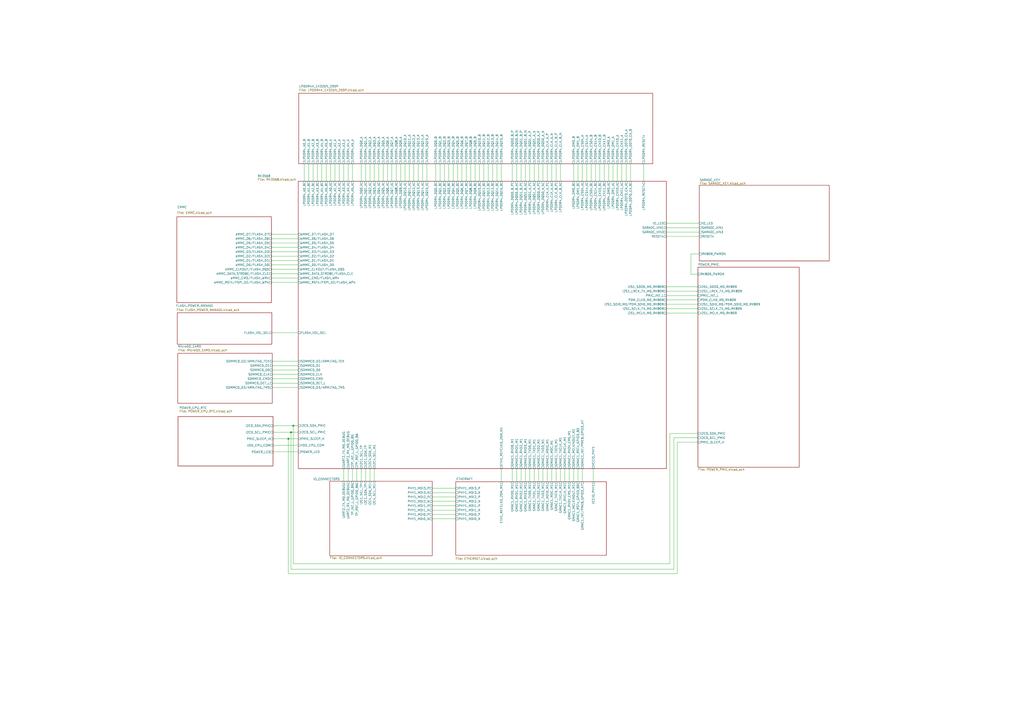
<source format=kicad_sch>
(kicad_sch (version 20230819) (generator eeschema)
  (paper "A2")
  (lib_symbols)
  (junction (at 168.8103 250.7661))
  (junction (at 167.2884 254.508))
  (junction (at 170.18 246.9394))
  (wire (pts (xy 325.12 271.78) (xy 325.12 279.4)))
  (wire (pts (xy 344.17 271.78) (xy 344.17 279.4)))
  (wire (pts (xy 157.48 158.75) (xy 172.974 158.75)))
  (wire (pts (xy 262.89 94.996) (xy 262.89 105.156)))
  (wire (pts (xy 386.588 176.53) (xy 404.876 176.53)))
  (wire (pts (xy 167.2884 254.508) (xy 158.3728 254.508)))
  (wire (pts (xy 157.48 151.13) (xy 172.974 151.13)))
  (wire (pts (xy 299.72 271.78) (xy 299.72 279.4)))
  (wire (pts (xy 176.53 94.996) (xy 176.53 105.156)))
  (wire (pts (xy 191.77 94.996) (xy 191.77 105.156)))
  (wire (pts (xy 255.27 94.996) (xy 255.27 105.156)))
  (wire (pts (xy 340.36 94.996) (xy 340.36 105.156)))
  (wire (pts (xy 337.82 94.996) (xy 337.82 105.156)))
  (wire (pts (xy 285.75 94.996) (xy 285.75 105.156)))
  (wire (pts (xy 314.96 271.78) (xy 314.96 279.4)))
  (wire (pts (xy 157.734 193.04) (xy 172.974 193.04)))
  (wire (pts (xy 199.39 94.996) (xy 199.39 105.156)))
  (wire (pts (xy 227.33 94.996) (xy 227.33 105.156)))
  (wire (pts (xy 204.47 94.996) (xy 204.47 105.156)))
  (wire (pts (xy 224.79 94.996) (xy 224.79 105.156)))
  (wire (pts (xy 280.67 94.996) (xy 280.67 105.156)))
  (wire (pts (xy 312.42 94.996) (xy 312.42 105.156)))
  (wire (pts (xy 172.974 254.508) (xy 167.2884 254.508)))
  (wire (pts (xy 252.73 94.996) (xy 252.73 105.156)))
  (wire (pts (xy 157.48 146.05) (xy 172.974 146.05)))
  (wire (pts (xy 309.88 271.78) (xy 309.88 279.4)))
  (wire (pts (xy 157.48 138.43) (xy 172.974 138.43)))
  (wire (pts (xy 158.3728 246.9394) (xy 170.18 246.9394)))
  (wire (pts (xy 157.48 148.59) (xy 172.974 148.59)))
  (wire (pts (xy 353.06 94.996) (xy 353.06 105.156)))
  (wire (pts (xy 157.988 214.63) (xy 172.974 214.63)))
  (wire (pts (xy 157.988 224.79) (xy 172.974 224.79)))
  (wire (pts (xy 317.5 271.78) (xy 317.5 279.4)))
  (wire (pts (xy 335.28 94.996) (xy 335.28 105.156)))
  (wire (pts (xy 304.8 94.996) (xy 304.8 105.156)))
  (wire (pts (xy 317.5 94.996) (xy 317.5 105.156)))
  (wire (pts (xy 330.2 271.78) (xy 330.2 279.4)))
  (wire (pts (xy 209.55 94.996) (xy 209.55 105.156)))
  (wire (pts (xy 373.38 94.996) (xy 373.38 105.156)))
  (wire (pts (xy 157.48 140.97) (xy 172.974 140.97)))
  (wire (pts (xy 297.18 271.78) (xy 297.18 279.4)))
  (wire (pts (xy 158.3728 250.7661) (xy 168.8103 250.7661)))
  (wire (pts (xy 219.71 94.996) (xy 219.71 105.156)))
  (wire (pts (xy 358.14 94.996) (xy 358.14 105.156)))
  (wire (pts (xy 172.974 262.128) (xy 158.3728 262.128)))
  (wire (pts (xy 157.988 217.17) (xy 172.974 217.17)))
  (wire (pts (xy 332.74 271.78) (xy 332.74 279.4)))
  (wire (pts (xy 158.3728 246.9394) (xy 158.3728 246.9561)))
  (wire (pts (xy 302.26 271.78) (xy 302.26 279.4)))
  (wire (pts (xy 158.3728 258.3861) (xy 172.974 258.3861)))
  (wire (pts (xy 342.9 94.996) (xy 342.9 105.156)))
  (wire (pts (xy 242.57 94.996) (xy 242.57 105.156)))
  (wire (pts (xy 217.17 271.78) (xy 217.17 279.146)))
  (wire (pts (xy 181.61 94.996) (xy 181.61 105.156)))
  (wire (pts (xy 170.18 246.888) (xy 172.974 246.888)))
  (wire (pts (xy 405.638 147.32) (xy 400.796 147.32)))
  (wire (pts (xy 327.66 271.78) (xy 327.66 279.4)))
  (wire (pts (xy 388.62 251.46) (xy 388.62 327.0839)))
  (wire (pts (xy 184.15 94.996) (xy 184.15 105.156)))
  (wire (pts (xy 392.8936 256.54) (xy 392.8936 332.74)))
  (wire (pts (xy 199.39 271.78) (xy 199.39 279.146)))
  (wire (pts (xy 168.8103 330.2) (xy 168.8103 250.7661)))
  (wire (pts (xy 400.796 159.004) (xy 404.876 159.004)))
  (wire (pts (xy 365.76 94.996) (xy 365.76 105.156)))
  (wire (pts (xy 240.03 94.996) (xy 240.03 105.156)))
  (wire (pts (xy 386.588 166.37) (xy 404.876 166.37)))
  (wire (pts (xy 302.26 94.996) (xy 302.26 105.156)))
  (wire (pts (xy 290.83 94.996) (xy 290.83 105.156)))
  (wire (pts (xy 157.48 143.51) (xy 172.974 143.51)))
  (wire (pts (xy 390.9438 254) (xy 390.9438 330.2)))
  (wire (pts (xy 386.588 179.07) (xy 404.876 179.07)))
  (wire (pts (xy 170.18 246.9394) (xy 170.18 327.0839)))
  (wire (pts (xy 390.9438 330.2) (xy 168.8103 330.2)))
  (wire (pts (xy 386.588 129.54) (xy 405.638 129.54)))
  (wire (pts (xy 386.588 171.45) (xy 404.876 171.45)))
  (wire (pts (xy 386.588 168.91) (xy 404.876 168.91)))
  (wire (pts (xy 250.698 288.29) (xy 264.414 288.29)))
  (wire (pts (xy 288.29 94.996) (xy 288.29 105.156)))
  (wire (pts (xy 217.17 94.996) (xy 217.17 105.156)))
  (wire (pts (xy 186.69 94.996) (xy 186.69 105.156)))
  (wire (pts (xy 207.01 271.78) (xy 207.01 279.146)))
  (wire (pts (xy 250.698 295.91) (xy 264.414 295.91)))
  (wire (pts (xy 307.34 94.996) (xy 307.34 105.156)))
  (wire (pts (xy 314.96 94.996) (xy 314.96 105.156)))
  (wire (pts (xy 392.8936 332.74) (xy 167.2884 332.74)))
  (wire (pts (xy 194.31 94.996) (xy 194.31 105.156)))
  (wire (pts (xy 320.04 94.996) (xy 320.04 105.156)))
  (wire (pts (xy 297.18 94.996) (xy 297.18 105.156)))
  (wire (pts (xy 250.698 300.99) (xy 264.414 300.99)))
  (wire (pts (xy 250.698 298.45) (xy 264.414 298.45)))
  (wire (pts (xy 320.04 271.78) (xy 320.04 279.4)))
  (wire (pts (xy 158.3728 262.128) (xy 158.3728 262.1961)))
  (wire (pts (xy 322.58 271.78) (xy 322.58 279.4)))
  (wire (pts (xy 157.988 212.09) (xy 172.974 212.09)))
  (wire (pts (xy 312.42 271.78) (xy 312.42 279.4)))
  (wire (pts (xy 283.21 94.996) (xy 283.21 105.156)))
  (wire (pts (xy 204.47 271.78) (xy 204.47 279.146)))
  (wire (pts (xy 168.8103 250.7661) (xy 172.974 250.7661)))
  (wire (pts (xy 363.22 94.996) (xy 363.22 105.156)))
  (wire (pts (xy 332.74 94.996) (xy 332.74 105.156)))
  (wire (pts (xy 250.698 283.21) (xy 264.414 283.21)))
  (wire (pts (xy 325.12 94.996) (xy 325.12 105.156)))
  (wire (pts (xy 404.876 251.46) (xy 388.62 251.46)))
  (wire (pts (xy 157.988 209.55) (xy 172.974 209.55)))
  (wire (pts (xy 275.59 94.996) (xy 275.59 105.156)))
  (wire (pts (xy 404.876 256.54) (xy 392.8936 256.54)))
  (wire (pts (xy 201.93 271.78) (xy 201.93 279.146)))
  (wire (pts (xy 257.81 94.996) (xy 257.81 105.156)))
  (wire (pts (xy 212.09 94.996) (xy 212.09 105.156)))
  (wire (pts (xy 355.6 94.996) (xy 355.6 105.156)))
  (wire (pts (xy 189.23 94.996) (xy 189.23 105.156)))
  (wire (pts (xy 172.974 250.7661) (xy 172.974 250.698)))
  (wire (pts (xy 388.62 327.0839) (xy 170.18 327.0839)))
  (wire (pts (xy 400.796 147.32) (xy 400.796 159.004)))
  (wire (pts (xy 196.85 94.996) (xy 196.85 105.156)))
  (wire (pts (xy 167.2884 332.74) (xy 167.2884 254.508)))
  (wire (pts (xy 345.44 94.996) (xy 345.44 105.156)))
  (wire (pts (xy 245.11 94.996) (xy 245.11 105.156)))
  (wire (pts (xy 265.43 94.996) (xy 265.43 105.156)))
  (wire (pts (xy 201.93 94.996) (xy 201.93 105.156)))
  (wire (pts (xy 214.63 94.996) (xy 214.63 105.156)))
  (wire (pts (xy 386.588 137.16) (xy 405.638 137.16)))
  (wire (pts (xy 307.34 271.78) (xy 307.34 279.4)))
  (wire (pts (xy 237.49 94.996) (xy 237.49 105.156)))
  (wire (pts (xy 309.88 94.996) (xy 309.88 105.156)))
  (wire (pts (xy 157.48 161.29) (xy 172.974 161.29)))
  (wire (pts (xy 337.82 271.78) (xy 337.82 279.4)))
  (wire (pts (xy 322.58 94.996) (xy 322.58 105.156)))
  (wire (pts (xy 157.48 135.89) (xy 172.974 135.89)))
  (wire (pts (xy 347.98 94.996) (xy 347.98 105.156)))
  (wire (pts (xy 212.09 271.78) (xy 212.09 279.146)))
  (wire (pts (xy 404.876 254) (xy 390.9438 254)))
  (wire (pts (xy 386.588 181.61) (xy 404.876 181.61)))
  (wire (pts (xy 214.63 271.78) (xy 214.63 279.146)))
  (wire (pts (xy 157.48 153.67) (xy 172.974 153.67)))
  (wire (pts (xy 290.83 271.78) (xy 290.83 279.4)))
  (wire (pts (xy 232.41 94.996) (xy 232.41 105.156)))
  (wire (pts (xy 172.974 258.3861) (xy 172.974 258.318)))
  (wire (pts (xy 386.588 134.62) (xy 405.638 134.62)))
  (wire (pts (xy 386.588 132.08) (xy 405.638 132.08)))
  (wire (pts (xy 157.988 219.71) (xy 172.974 219.71)))
  (wire (pts (xy 273.05 94.996) (xy 273.05 105.156)))
  (wire (pts (xy 250.698 293.37) (xy 264.414 293.37)))
  (wire (pts (xy 250.698 285.75) (xy 264.414 285.75)))
  (wire (pts (xy 157.48 156.21) (xy 172.974 156.21)))
  (wire (pts (xy 170.18 246.9394) (xy 170.18 246.888)))
  (wire (pts (xy 299.72 94.996) (xy 299.72 105.156)))
  (wire (pts (xy 270.51 94.996) (xy 270.51 105.156)))
  (wire (pts (xy 335.28 271.78) (xy 335.28 279.4)))
  (wire (pts (xy 278.13 94.996) (xy 278.13 105.156)))
  (wire (pts (xy 229.87 94.996) (xy 229.87 105.156)))
  (wire (pts (xy 157.48 163.83) (xy 172.974 163.83)))
  (wire (pts (xy 250.698 290.83) (xy 264.414 290.83)))
  (wire (pts (xy 360.68 94.996) (xy 360.68 105.156)))
  (wire (pts (xy 209.55 271.78) (xy 209.55 279.146)))
  (wire (pts (xy 350.52 94.996) (xy 350.52 105.156)))
  (wire (pts (xy 247.65 94.996) (xy 247.65 105.156)))
  (wire (pts (xy 234.95 94.996) (xy 234.95 105.156)))
  (wire (pts (xy 179.07 94.996) (xy 179.07 105.156)))
  (wire (pts (xy 158.3728 254.508) (xy 158.3728 254.5761)))
  (wire (pts (xy 222.25 94.996) (xy 222.25 105.156)))
  (wire (pts (xy 386.588 173.99) (xy 404.876 173.99)))
  (wire (pts (xy 304.8 271.78) (xy 304.8 279.4)))
  (wire (pts (xy 157.988 222.25) (xy 172.974 222.25)))
  (wire (pts (xy 267.97 94.996) (xy 267.97 105.156)))
  (wire (pts (xy 260.35 94.996) (xy 260.35 105.156)))
  (sheet (at 102.616 125.73) (size 54.864 49.784) (stroke (width 0.1524))
    (property "Sheetname" "EMMC" (at 102.87 120.904 0) (effects (justify left bottom)))
    (property "Sheetfile" "EMMC.kicad_sch" (at 102.616 122.682 0) (effects (justify left top)))
    (pin "eMMC_D5{slash}FLASH_D5" passive (at 157.48 140.97 0))
    (pin "eMMC_D3/FLASH_D3" passive (at 157.48 146.05 0))
    (pin "eMMC_D0/FLASH_D0" passive (at 157.48 153.67 0))
    (pin "eMMC_D1{slash}FLASH_D1" passive (at 157.48 151.13 0))
    (pin "eMMC_D4/FLASH_D4" passive (at 157.48 143.51 0))
    (pin "eMMC_D2/FLASH_D2" passive (at 157.48 148.59 0))
    (pin "eMMC_D6/FLASH_D6" passive (at 157.48 138.43 0))
    (pin "eMMC_D7/FLASH_D7" passive (at 157.48 135.89 0))
    (pin "eMMC_CMD/FLASH_WRn" passive (at 157.48 161.29 0))
    (pin "eMMC_CLKOUT/FLASH_DQS" passive (at 157.48 156.21 0))
    (pin "eMMC_DATA_STROBE/FLASH_CLE" passive (at 157.48 158.75 0))
    (pin "eMMC_RSTn{slash}FSPI_D2{slash}FLASH_WPn" passive (at 157.48 163.83 0))
  )
  (sheet (at 405.638 107.442) (size 75.438 43.942) (stroke (width 0.1524))
    (property "Sheetname" "SARADC_KEY" (at 405.892 105.156 0) (effects (justify left bottom)))
    (property "Sheetfile" "SARADC_KEY.kicad_sch" (at 405.892 105.664 0) (effects (justify left top)))
    (pin "IO_LED" passive (at 405.638 129.54 180))
    (pin "RESETn" passive (at 405.638 137.16 180))
    (pin "SARADC_VIN3" passive (at 405.638 134.62 180))
    (pin "SARADC_VIN1" passive (at 405.638 132.08 180))
    (pin "RK809_PWRON" passive (at 405.638 147.32 180))
  )
  (sheet (at 103.124 204.978) (size 54.864 28.956) (stroke (width 0.1524))
    (property "Sheetname" "MicroSD_CARD" (at 103.124 201.676 0) (effects (justify left bottom)))
    (property "Sheetfile" "MicroSD_CARD.kicad_sch" (at 103.378 202.438 0) (effects (justify left top)))
    (pin "SDMMC0_D2/ARMJTAG_TCK" passive (at 157.988 209.55 0))
    (pin "SDMMC0_D1" passive (at 157.988 212.09 0))
    (pin "SDMMC0_D0" passive (at 157.988 214.63 0))
    (pin "SDMMC0_CLK" passive (at 157.988 217.17 0))
    (pin "SDMMC0_CMD" passive (at 157.988 219.71 0))
    (pin "SDMMC0_DET_L" passive (at 157.988 222.25 0))
    (pin "SDMMC0_D3/ARMJTAG_TMS" passive (at 157.988 224.79 0))
  )
  (sheet (at 404.876 154.94) (size 58.674 116.078) (stroke (width 0.1524))
    (property "Sheetname" "POWER_PMIC" (at 404.876 154.2284 0) (effects (justify left bottom)))
    (property "Sheetfile" "POWER_PMIC.kicad_sch" (at 404.876 271.6026 0) (effects (justify left top)))
    (pin "I2S1_SDO0_M0_RK809" passive (at 404.876 166.37 180))
    (pin "I2S1_MCLK_M0_RK809" passive (at 404.876 181.61 180))
    (pin "I2S1_LRCK_TX_M0_RK809" passive (at 404.876 168.91 180))
    (pin "I2S1_SCLK_TX_M0_RK809" passive (at 404.876 179.07 180))
    (pin "PDM_CLK0_M0_RK809" passive (at 404.876 173.99 180))
    (pin "I2S1_SDI0_M0/PDM_SDI0_M0_RK809" passive (at 404.876 176.53 180))
    (pin "PMIC_INT_L" passive (at 404.876 171.45 180))
    (pin "PMIC_SLEEP_H" passive (at 404.876 256.54 180))
    (pin "RK809_PWRON" passive (at 404.876 159.004 180))
    (pin "I2C0_SDA_PMIC" passive (at 404.876 251.46 180))
    (pin "I2C0_SCL_PMIC" passive (at 404.876 254 180))
  )
  (sheet (at 191.262 279.146) (size 59.436 43.18) (stroke (width 0.1524))
    (property "Sheetname" "IO_CONNECTORS" (at 181.61 278.638 0) (effects (justify left bottom)))
    (property "Sheetfile" "IO_CONNECTORS.kicad_sch" (at 191.262 322.9106 0) (effects (justify left top)))
    (pin "UART2_RX_M0_DEBUG" passive (at 201.93 279.146 90))
    (pin "TP_RST_L_GPIO0_B6" passive (at 207.01 279.146 90))
    (pin "UART2_TX_M0_DEBUG" passive (at 199.39 279.146 90))
    (pin "TP_INT_L_GPIO0_B5" passive (at 204.47 279.146 90))
    (pin "PHY1_MDI3_N" passive (at 250.698 285.75 0))
    (pin "PHY1_MDI2_P" passive (at 250.698 288.29 0))
    (pin "PHY1_MDI3_P" passive (at 250.698 283.21 0))
    (pin "PHY1_MDI2_N" passive (at 250.698 290.83 0))
    (pin "PHY1_MDI1_P" passive (at 250.698 293.37 0))
    (pin "PHY1_MDI0_P" passive (at 250.698 298.45 0))
    (pin "PHY1_MDI0_N" passive (at 250.698 300.99 0))
    (pin "PHY1_MDI1_N" passive (at 250.698 295.91 0))
    (pin "I2C1_SCL_TP" input (at 209.55 279.146 90))
    (pin "I2C1_SDA_TP" input (at 212.09 279.146 90))
    (pin "I2C4_SDA_M1" input (at 214.63 279.146 90))
    (pin "I2C4_SCL_M1" input (at 217.17 279.146 90))
  )
  (sheet (at 102.87 181.356) (size 54.864 18.288) (stroke (width 0.1524))
    (property "Sheetname" "FLASH_POWER_MANAGE" (at 102.108 178.054 0) (effects (justify left bottom)))
    (property "Sheetfile" "FLASH_POWER_MANAGE.kicad_sch" (at 102.362 179.07 0) (effects (justify left top)))
    (pin "FLASH_VOL_SEL" passive (at 157.734 193.04 0))
  )
  (sheet (at 264.414 279.4) (size 87.376 42.672) (stroke (width 0.1524))
    (property "Sheetname" "ETHERNET" (at 264.668 278.638 0) (effects (justify left bottom)))
    (property "Sheetfile" "ETHERNET.kicad_sch" (at 264.16 323.342 0) (effects (justify left top)))
    (pin "ETH1_REFCLKO_25M_M1" passive (at 290.83 279.4 90))
    (pin "PHY1_MDI0_N" passive (at 264.414 300.99 180))
    (pin "PHY1_MDI2_N" passive (at 264.414 290.83 180))
    (pin "PHY1_MDI0_P" passive (at 264.414 298.45 180))
    (pin "PHY1_MDI3_P" passive (at 264.414 283.21 180))
    (pin "PHY1_MDI1_N" passive (at 264.414 295.91 180))
    (pin "PHY1_MDI1_P" passive (at 264.414 293.37 180))
    (pin "PHY1_MDI2_P" passive (at 264.414 288.29 180))
    (pin "PHY1_MDI3_N" passive (at 264.414 285.75 180))
    (pin "GMAC1_RXD2_M1" passive (at 302.26 279.4 90))
    (pin "GMAC1_RXD3_M1" passive (at 304.8 279.4 90))
    (pin "GMAC1_TXD3_M1" passive (at 314.96 279.4 90))
    (pin "GMAC1_MDIO_M1" passive (at 317.5 279.4 90))
    (pin "GMAC1_TXD1_M1" passive (at 309.88 279.4 90))
    (pin "GMAC1_TXD2_M1" passive (at 312.42 279.4 90))
    (pin "GMAC1_TXD0_M1" passive (at 307.34 279.4 90))
    (pin "GMAC1_TXEN_M1" passive (at 322.58 279.4 90))
    (pin "GMAC1_TXCLK_M1" passive (at 325.12 279.4 90))
    (pin "GMAC1_RXCLK_M1" passive (at 327.66 279.4 90))
    (pin "GMAC1_RXDV_CRS_M1" passive (at 330.2 279.4 90))
    (pin "GMAC1_RXD0_M1" passive (at 297.18 279.4 90))
    (pin "GMAC1_RXD1_M1" passive (at 299.72 279.4 90))
    (pin "GMAC1_INT/PMEB_GPIO3_A7" passive (at 337.82 279.4 90))
    (pin "VCCIO_PHY1" passive (at 344.17 279.4 90))
    (pin "GMAC1_MDC_M1" passive (at 320.04 279.4 90))
    (pin "GMAC1_RSTn_GPIO3_B0" passive (at 335.28 279.4 90))
    (pin "GMAC1_MCLKINOUT_M1" passive (at 332.74 279.4 90))
  )
  (sheet (at 173.228 54.102) (size 205.486 40.894) (stroke (width 0.1524))
    (property "Sheetname" "LPDDR4X_1X32bit_200P" (at 173.482 50.8 0) (effects (justify left bottom)))
    (property "Sheetfile" "LPDDR4X_1X32bit_200P.kicad_sch" (at 173.482 51.562 0) (effects (justify left top)))
    (pin "LPDDR4_CLK_B_P" passive (at 322.58 94.996 270))
    (pin "LPDDR4_CLK_B_N" passive (at 325.12 94.996 270))
    (pin "LPDDR4_A3_B" passive (at 184.15 94.996 270))
    (pin "LPDDR4_A1_B" passive (at 179.07 94.996 270))
    (pin "LPDDR4_A0_B" passive (at 176.53 94.996 270))
    (pin "LPDDR4_DQ15_B" passive (at 290.83 94.996 270))
    (pin "LPDDR4_DQ9_B" passive (at 275.59 94.996 270))
    (pin "LPDDR4_DQS1_B_P" passive (at 302.26 94.996 270))
    (pin "LPDDR4_DQ14_B" passive (at 288.29 94.996 270))
    (pin "LPDDR4_DQ13_B" passive (at 285.75 94.996 270))
    (pin "LPDDR4_DM1_B" passive (at 335.28 94.996 270))
    (pin "LPDDR4_CKE0_B" passive (at 347.98 94.996 270))
    (pin "LPDDR4_CKE1_B" passive (at 350.52 94.996 270))
    (pin "LPDDR4_RESETn" passive (at 373.38 94.996 270))
    (pin "LPDDR4_A2_B" passive (at 181.61 94.996 270))
    (pin "LPDDR4_A5_B" passive (at 189.23 94.996 270))
    (pin "LPDDR4_A4_B" passive (at 186.69 94.996 270))
    (pin "LPDDR4_CS0n_B" passive (at 342.9 94.996 270))
    (pin "LPDDR4_ODT0_CA_B" passive (at 365.76 94.996 270))
    (pin "LPDDR4_CS1n_B" passive (at 345.44 94.996 270))
    (pin "LPDDR4_DQ11_B" passive (at 280.67 94.996 270))
    (pin "LPDDR4_DQ12_B" passive (at 283.21 94.996 270))
    (pin "LPDDR4_DQ7_B" passive (at 270.51 94.996 270))
    (pin "LPDDR4_DQS0_B_P" passive (at 297.18 94.996 270))
    (pin "LPDDR4_DQ6_B" passive (at 267.97 94.996 270))
    (pin "LPDDR4_DQS0_B_N" passive (at 299.72 94.996 270))
    (pin "LPDDR4_DQS1_B_N" passive (at 304.8 94.996 270))
    (pin "LPDDR4_DQ1_B" passive (at 255.27 94.996 270))
    (pin "LPDDR4_DQ5_B" passive (at 265.43 94.996 270))
    (pin "LPDDR4_DQ2_B" passive (at 257.81 94.996 270))
    (pin "LPDDR4_DQ4_B" passive (at 262.89 94.996 270))
    (pin "LPDDR4_DQ3_B" passive (at 260.35 94.996 270))
    (pin "LPDDR4_DQ0_B" passive (at 252.73 94.996 270))
    (pin "LPDDR4_DQ10_B" passive (at 278.13 94.996 270))
    (pin "LPDDR4_DQ8_B" passive (at 273.05 94.996 270))
    (pin "LPDDR4_DM0_B" passive (at 332.74 94.996 270))
    (pin "LPDDR4_CKE0_A" passive (at 358.14 94.996 270))
    (pin "LPDDR4_ODT0_CA_A" passive (at 363.22 94.996 270))
    (pin "LPDDR4_CS1n_A" passive (at 340.36 94.996 270))
    (pin "LPDDR4_CS0n_A" passive (at 337.82 94.996 270))
    (pin "LPDDR4_CKE1_A" passive (at 360.68 94.996 270))
    (pin "LPDDR4_CLK_A_N" passive (at 320.04 94.996 270))
    (pin "LPDDR4_DQS1_A_N" passive (at 309.88 94.996 270))
    (pin "LPDDR4_DQS0_A_P" passive (at 312.42 94.996 270))
    (pin "LPDDR4_DQS1_A_P" passive (at 307.34 94.996 270))
    (pin "LPDDR4_DQS0_A_N" passive (at 314.96 94.996 270))
    (pin "LPDDR4_CLK_A_P" passive (at 317.5 94.996 270))
    (pin "LPDDR4_DQ13_A" passive (at 242.57 94.996 270))
    (pin "LPDDR4_DQ14_A" passive (at 245.11 94.996 270))
    (pin "LPDDR4_DQ15_A" passive (at 247.65 94.996 270))
    (pin "LPDDR4_A3_A" passive (at 199.39 94.996 270))
    (pin "LPDDR4_A0_A" passive (at 191.77 94.996 270))
    (pin "LPDDR4_DM1_A" passive (at 355.6 94.996 270))
    (pin "LPDDR4_A1_A" passive (at 194.31 94.996 270))
    (pin "LPDDR4_A2_A" passive (at 196.85 94.996 270))
    (pin "LPDDR4_DM0_A" passive (at 353.06 94.996 270))
    (pin "LPDDR4_DQ7_A" passive (at 227.33 94.996 270))
    (pin "LPDDR4_DQ8_A" passive (at 229.87 94.996 270))
    (pin "LPDDR4_DQ9_A" passive (at 232.41 94.996 270))
    (pin "LPDDR4_DQ11_A" passive (at 237.49 94.996 270))
    (pin "LPDDR4_DQ12_A" passive (at 240.03 94.996 270))
    (pin "LPDDR4_DQ10_A" passive (at 234.95 94.996 270))
    (pin "LPDDR4_DQ1_A" passive (at 212.09 94.996 270))
    (pin "LPDDR4_DQ2_A" passive (at 214.63 94.996 270))
    (pin "LPDDR4_DQ4_A" passive (at 219.71 94.996 270))
    (pin "LPDDR4_DQ3_A" passive (at 217.17 94.996 270))
    (pin "LPDDR4_DQ0_A" passive (at 209.55 94.996 270))
    (pin "LPDDR4_DQ5_A" passive (at 222.25 94.996 270))
    (pin "LPDDR4_DQ6_A" passive (at 224.79 94.996 270))
    (pin "LPDDR4_A5_A" passive (at 204.47 94.996 270))
    (pin "LPDDR4_A4_A" passive (at 201.93 94.996 270))
  )
  (sheet (at 103.2548 241.6221) (size 55.118 28.702) (stroke (width 0.1524))
    (property "Sheetname" "POWER_CPU_RTC" (at 104.0168 237.3041 0) (effects (justify left bottom)))
    (property "Sheetfile" "POWER_CPU_RTC.kicad_sch" (at 104.0168 237.8121 0) (effects (justify left top)))
    (pin "I2C0_SDA_PMIC" passive (at 158.3728 246.9561 0))
    (pin "I2C0_SCL_PMIC" passive (at 158.3728 250.7661 0))
    (pin "PMIC_SLEEP_H" passive (at 158.3728 254.5761 0))
    (pin "VDD_CPU_COM" passive (at 158.3728 258.3861 0))
    (pin "POWER_LED" passive (at 158.3728 262.1961 0))
  )
  (sheet (at 172.974 105.156) (size 213.614 166.624) (stroke (width 0.1524))
    (property "Sheetname" "RK3568" (at 149.352 102.87 0) (effects (justify left bottom)))
    (property "Sheetfile" "RK3568.kicad_sch" (at 149.352 103.378 0) (effects (justify left top)))
    (pin "I2S1_SDI0_M0{slash}PDM_SDI0_M0_RK809" input (at 386.588 176.53 0))
    (pin "eMMC_D3{slash}FLASH_D3" passive (at 172.974 146.05 180))
    (pin "eMMC_D4{slash}FLASH_D4" passive (at 172.974 143.51 180))
    (pin "eMMC_D2{slash}FLASH_D2" passive (at 172.974 148.59 180))
    (pin "eMMC_D0{slash}FLASH_D0" passive (at 172.974 153.67 180))
    (pin "eMMC_D5{slash}FLASH_D5" passive (at 172.974 140.97 180))
    (pin "FLASH_VOL_SEL" passive (at 172.974 193.04 180))
    (pin "SDMMC0_DET_L" passive (at 172.974 222.25 180))
    (pin "PMIC_INT_L" passive (at 386.588 171.45 0))
    (pin "PMIC_SLEEP_H" passive (at 172.974 254.508 180))
    (pin "I2C0_SCL_PMIC" passive (at 172.974 250.698 180))
    (pin "UART2_RX_M0_DEBUG" passive (at 201.93 271.78 270))
    (pin "IO_LED" passive (at 386.588 129.54 0))
    (pin "POWER_LED" passive (at 172.974 262.128 180))
    (pin "UART2_TX_M0_DEBUG" passive (at 199.39 271.78 270))
    (pin "I2C1_SCL_TP" passive (at 209.55 271.78 270))
    (pin "I2C0_SDA_PMIC" passive (at 172.974 246.888 180))
    (pin "TP_INT_L_GPIO0_B5" passive (at 204.47 271.78 270))
    (pin "I2C1_SDA_TP" passive (at 212.09 271.78 270))
    (pin "TP_RST_L_GPIO0_B6" passive (at 207.01 271.78 270))
    (pin "RESETn" passive (at 386.588 137.16 0))
    (pin "SDMMC0_D2{slash}ARMJTAG_TCK" passive (at 172.974 209.55 180))
    (pin "SDMMC0_D1" passive (at 172.974 212.09 180))
    (pin "SDMMC0_D3{slash}ARMJTAG_TMS" passive (at 172.974 224.79 180))
    (pin "eMMC_CMD{slash}FLASH_WRn" passive (at 172.974 161.29 180))
    (pin "eMMC_DATA_STROBE{slash}FLASH_CLE" passive (at 172.974 158.75 180))
    (pin "eMMC_CLKOUT{slash}FLASH_DQS" passive (at 172.974 156.21 180))
    (pin "eMMC_D1{slash}FLASH_D1" passive (at 172.974 151.13 180))
    (pin "eMMC_D6{slash}FLASH_D6" passive (at 172.974 138.43 180))
    (pin "eMMC_RSTn{slash}FSPI_D2{slash}FLASH_WPn" passive (at 172.974 163.83 180))
    (pin "eMMC_D7{slash}FLASH_D7" passive (at 172.974 135.89 180))
    (pin "SDMMC0_D0" passive (at 172.974 214.63 180))
    (pin "SDMMC0_CMD" passive (at 172.974 219.71 180))
    (pin "SDMMC0_CLK" passive (at 172.974 217.17 180))
    (pin "SARADC_VIN3" passive (at 386.588 134.62 0))
    (pin "SARADC_VIN1" passive (at 386.588 132.08 0))
    (pin "I2C4_SCL_M1" passive (at 217.17 271.78 270))
    (pin "I2C4_SDA_M1" passive (at 214.63 271.78 270))
    (pin "ETH1_REFCLKO_25M_M1" passive (at 290.83 271.78 270))
    (pin "VCCIO_PHY1" passive (at 344.17 271.78 270))
    (pin "GMAC1_RXD0_M1" passive (at 297.18 271.78 270))
    (pin "GMAC1_TXD1_M1" passive (at 309.88 271.78 270))
    (pin "GMAC1_TXD0_M1" passive (at 307.34 271.78 270))
    (pin "GMAC1_TXEN_M1" passive (at 322.58 271.78 270))
    (pin "GMAC1_RXDV_CRS_M1" passive (at 330.2 271.78 270))
    (pin "GMAC1_TXCLK_M1" passive (at 325.12 271.78 270))
    (pin "GMAC1_RXCLK_M1" passive (at 327.66 271.78 270))
    (pin "GMAC1_RXD3_M1" passive (at 304.8 271.78 270))
    (pin "GMAC1_RXD2_M1" passive (at 302.26 271.78 270))
    (pin "GMAC1_MCLKINOUT_M1" passive (at 332.74 271.78 270))
    (pin "GMAC1_TXD3_M1" passive (at 314.96 271.78 270))
    (pin "GMAC1_TXD2_M1" passive (at 312.42 271.78 270))
    (pin "GMAC1_RXD1_M1" passive (at 299.72 271.78 270))
    (pin "GMAC1_MDIO_M1" passive (at 317.5 271.78 270))
    (pin "GMAC1_MDC_M1" passive (at 320.04 271.78 270))
    (pin "VDD_CPU_COM" passive (at 172.974 258.318 180))
    (pin "GMAC1_INT{slash}PMEB_GPIO3_A7" passive (at 337.82 271.78 270))
    (pin "GMAC1_RSTn_GPIO3_B0" passive (at 335.28 271.78 270))
    (pin "LPDDR4_DM1_B" passive (at 335.28 105.156 90))
    (pin "LPDDR4_DQS1_B_N" passive (at 304.8 105.156 90))
    (pin "LPDDR4_DQ7_A" passive (at 227.33 105.156 90))
    (pin "LPDDR4_DQ15_A" passive (at 247.65 105.156 90))
    (pin "LPDDR4_DQS0_A_P" passive (at 312.42 105.156 90))
    (pin "LPDDR4_DQS0_A_N" passive (at 314.96 105.156 90))
    (pin "LPDDR4_DQS1_A_N" passive (at 309.88 105.156 90))
    (pin "LPDDR4_DQS1_A_P" passive (at 307.34 105.156 90))
    (pin "LPDDR4_DM0_A" passive (at 353.06 105.156 90))
    (pin "LPDDR4_DQ14_A" passive (at 245.11 105.156 90))
    (pin "LPDDR4_DQ13_A" passive (at 242.57 105.156 90))
    (pin "LPDDR4_DQ9_A" passive (at 232.41 105.156 90))
    (pin "LPDDR4_DQ12_A" passive (at 240.03 105.156 90))
    (pin "LPDDR4_DM1_A" passive (at 355.6 105.156 90))
    (pin "LPDDR4_DQ11_B" passive (at 280.67 105.156 90))
    (pin "LPDDR4_DQ14_B" passive (at 288.29 105.156 90))
    (pin "LPDDR4_DQS1_B_P" passive (at 302.26 105.156 90))
    (pin "LPDDR4_DQ15_B" passive (at 290.83 105.156 90))
    (pin "LPDDR4_DQ12_B" passive (at 283.21 105.156 90))
    (pin "LPDDR4_DQ10_B" passive (at 278.13 105.156 90))
    (pin "LPDDR4_DQS0_B_N" passive (at 299.72 105.156 90))
    (pin "LPDDR4_DQ13_B" passive (at 285.75 105.156 90))
    (pin "LPDDR4_DQ9_B" passive (at 275.59 105.156 90))
    (pin "LPDDR4_DQS0_B_P" passive (at 297.18 105.156 90))
    (pin "LPDDR4_DQ8_B" passive (at 273.05 105.156 90))
    (pin "LPDDR4_DQ5_B" passive (at 265.43 105.156 90))
    (pin "LPDDR4_DQ3_B" passive (at 260.35 105.156 90))
    (pin "LPDDR4_DQ7_B" passive (at 270.51 105.156 90))
    (pin "LPDDR4_DQ2_B" passive (at 257.81 105.156 90))
    (pin "LPDDR4_DM0_B" passive (at 332.74 105.156 90))
    (pin "LPDDR4_DQ6_B" passive (at 267.97 105.156 90))
    (pin "LPDDR4_DQ4_B" passive (at 262.89 105.156 90))
    (pin "LPDDR4_DQ8_A" passive (at 229.87 105.156 90))
    (pin "LPDDR4_DQ3_A" passive (at 217.17 105.156 90))
    (pin "LPDDR4_DQ10_A" passive (at 234.95 105.156 90))
    (pin "LPDDR4_DQ0_A" passive (at 209.55 105.156 90))
    (pin "LPDDR4_DQ11_A" passive (at 237.49 105.156 90))
    (pin "LPDDR4_DQ6_A" passive (at 224.79 105.156 90))
    (pin "LPDDR4_DQ5_A" passive (at 222.25 105.156 90))
    (pin "LPDDR4_DQ1_A" passive (at 212.09 105.156 90))
    (pin "LPDDR4_DQ4_A" passive (at 219.71 105.156 90))
    (pin "LPDDR4_DQ2_A" passive (at 214.63 105.156 90))
    (pin "I2S1_SCLK_TX_M0_RK809" passive (at 386.588 179.07 0))
    (pin "I2S1_MCLK_M0_RK809" passive (at 386.588 181.61 0))
    (pin "I2S1_SDO0_M0_RK809" passive (at 386.588 166.37 0))
    (pin "PDM_CLK0_M0_RK809" passive (at 386.588 173.99 0))
    (pin "I2S1_LRCK_TX_M0_RK809" passive (at 386.588 168.91 0))
    (pin "LPDDR4_CS1n_B" passive (at 345.44 105.156 90))
    (pin "LPDDR4_RESETn" passive (at 373.38 105.156 90))
    (pin "LPDDR4_CS0n_B" passive (at 342.9 105.156 90))
    (pin "LPDDR4_DQ0_B" passive (at 252.73 105.156 90))
    (pin "LPDDR4_A1_A" passive (at 194.31 105.156 90))
    (pin "LPDDR4_A0_B" passive (at 176.53 105.156 90))
    (pin "LPDDR4_DQ1_B" passive (at 255.27 105.156 90))
    (pin "LPDDR4_A3_A" passive (at 199.39 105.156 90))
    (pin "LPDDR4_A3_B" passive (at 184.15 105.156 90))
    (pin "LPDDR4_CLK_B_P" passive (at 322.58 105.156 90))
    (pin "LPDDR4_CKE1_A" passive (at 360.68 105.156 90))
    (pin "LPDDR4_A5_A" passive (at 204.47 105.156 90))
    (pin "LPDDR4_A5_B" passive (at 189.23 105.156 90))
    (pin "LPDDR4_CS1n_A" passive (at 340.36 105.156 90))
    (pin "LPDDR4_CKE0_A" passive (at 358.14 105.156 90))
    (pin "LPDDR4_CLK_A_N" passive (at 320.04 105.156 90))
    (pin "LPDDR4_CLK_A_P" passive (at 317.5 105.156 90))
    (pin "LPDDR4_CS0n_A" passive (at 337.82 105.156 90))
    (pin "LPDDR4_A4_B" passive (at 186.69 105.156 90))
    (pin "LPDDR4_A4_A" passive (at 201.93 105.156 90))
    (pin "LPDDR4_CKE1_B" passive (at 350.52 105.156 90))
    (pin "LPDDR4_A2_A" passive (at 196.85 105.156 90))
    (pin "LPDDR4_A2_B" passive (at 181.61 105.156 90))
    (pin "LPDDR4_A0_A" passive (at 191.77 105.156 90))
    (pin "LPDDR4_CLK_B_N" passive (at 325.12 105.156 90))
    (pin "LPDDR4_ODT0_CA_B" passive (at 365.76 105.156 90))
    (pin "LPDDR4_CKE0_B" passive (at 347.98 105.156 90))
    (pin "LPDDR4_A1_B" passive (at 179.07 105.156 90))
    (pin "LPDDR4_ODT0_CA_A" passive (at 363.22 105.156 90))
  )
)
</source>
